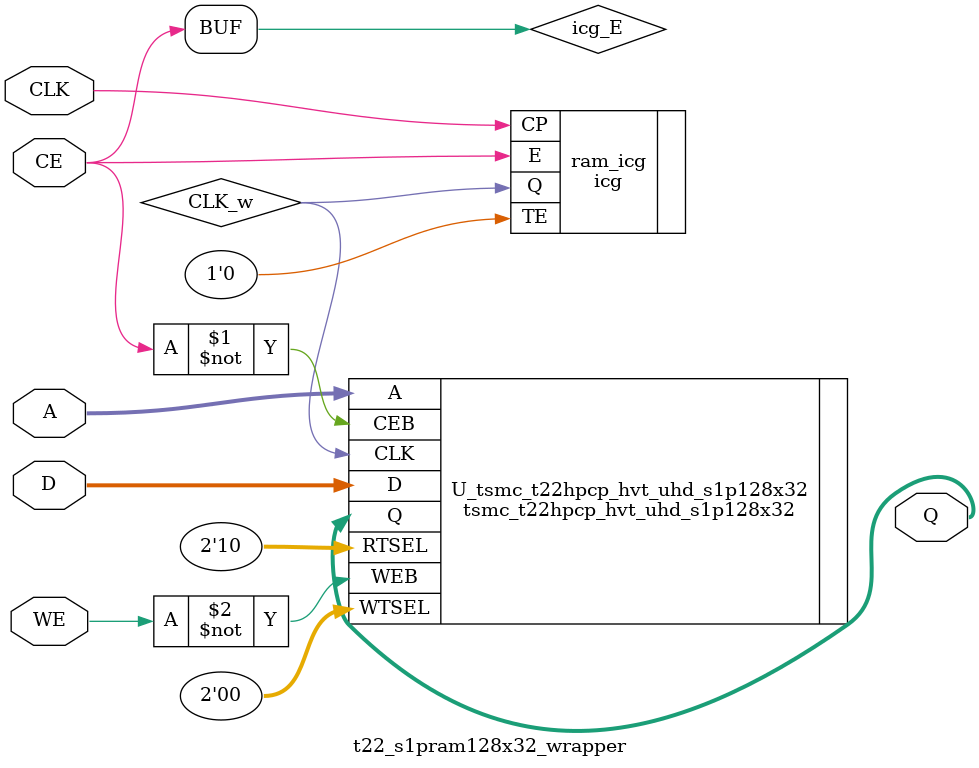
<source format=v>
module t22_s1pram128x32_wrapper (
    input CLK,
    input CE,
    input WE,
    input [6:0] A,
    input [31:0] D,
    output [31:0] Q
);

wire CLK_w;

`ifdef FPGA
	assign CLK_w=CLK;
	ram_sp #(
  	  .WIDTH(32),
  	  .DEPTH(128),
  	  .ADDR_WIDTH(7)
  	)u_ram_sp(
  	  .clk(CLK_w),
  	  .en(CE),
  	  .we(WE),
  	  .addr(A),
  	  .din(D),
  	  .dout(Q)
  	);
`else
	wire icg_E;
	assign icg_E = CE;
	icg ram_icg(.Q(CLK_w),.TE(1'b0),.CP(CLK),.E(icg_E));
    
    tsmc_t22hpcp_hvt_uhd_s1p128x32 U_tsmc_t22hpcp_hvt_uhd_s1p128x32(
	.CLK(CLK_w),
	.CEB(~CE),
	.WEB(~WE),
	//.BWEB(32'd0),
	.A(A),
	.D(D),
	.Q(Q),
	.RTSEL(2'b10),
	.WTSEL(2'b00)
    );
`endif
endmodule

</source>
